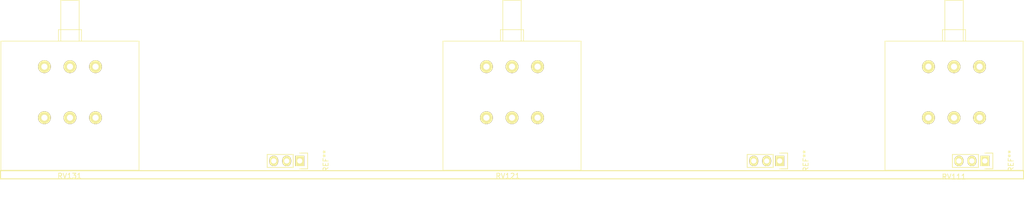
<source format=kicad_pcb>
(kicad_pcb (version 4) (host pcbnew 4.0.7)

  (general
    (links 5)
    (no_connects 5)
    (area 49.817499 78.267499 250.162501 119.914287)
    (thickness 1.6)
    (drawings 4)
    (tracks 3)
    (zones 0)
    (modules 6)
    (nets 14)
  )

  (page A4)
  (title_block
    (title Isolateur)
    (date 2016-04-11)
    (rev Rev-A)
    (company D&D)
  )

  (layers
    (0 F.Cu signal)
    (31 B.Cu signal)
    (32 B.Adhes user)
    (33 F.Adhes user)
    (34 B.Paste user)
    (35 F.Paste user)
    (36 B.SilkS user)
    (37 F.SilkS user)
    (38 B.Mask user)
    (39 F.Mask user)
    (40 Dwgs.User user)
    (41 Cmts.User user)
    (42 Eco1.User user)
    (43 Eco2.User user)
    (44 Edge.Cuts user)
    (45 Margin user)
    (46 B.CrtYd user)
    (47 F.CrtYd user)
    (48 B.Fab user)
    (49 F.Fab user)
  )

  (setup
    (last_trace_width 0.25)
    (trace_clearance 0.2)
    (zone_clearance 0.508)
    (zone_45_only no)
    (trace_min 0.2)
    (segment_width 0.2)
    (edge_width 0.15)
    (via_size 0.6)
    (via_drill 0.4)
    (via_min_size 0.4)
    (via_min_drill 0.3)
    (uvia_size 0.3)
    (uvia_drill 0.1)
    (uvias_allowed no)
    (uvia_min_size 0.2)
    (uvia_min_drill 0.1)
    (pcb_text_width 0.3)
    (pcb_text_size 1.5 1.5)
    (mod_edge_width 0.15)
    (mod_text_size 1 1)
    (mod_text_width 0.15)
    (pad_size 1.524 1.524)
    (pad_drill 0.762)
    (pad_to_mask_clearance 0.2)
    (aux_axis_origin 10.34 9.59)
    (grid_origin 9.83 9.08)
    (visible_elements FFFFFF7F)
    (pcbplotparams
      (layerselection 0x00030_80000001)
      (usegerberextensions false)
      (excludeedgelayer true)
      (linewidth 0.100000)
      (plotframeref false)
      (viasonmask false)
      (mode 1)
      (useauxorigin false)
      (hpglpennumber 1)
      (hpglpenspeed 20)
      (hpglpendiameter 15)
      (hpglpenoverlay 2)
      (psnegative false)
      (psa4output false)
      (plotreference true)
      (plotvalue true)
      (plotinvisibletext false)
      (padsonsilk false)
      (subtractmaskfromsilk false)
      (outputformat 1)
      (mirror false)
      (drillshape 1)
      (scaleselection 1)
      (outputdirectory ""))
  )

  (net 0 "")
  (net 1 GND)
  (net 2 /Right_channel/OUT_LOW)
  (net 3 /Left_channel/OUT_LOW)
  (net 4 "Net-(R111-Pad2)")
  (net 5 "Net-(R112-Pad2)")
  (net 6 "Net-(R121-Pad2)")
  (net 7 "Net-(R122-Pad2)")
  (net 8 "Net-(R131-Pad2)")
  (net 9 "Net-(R132-Pad2)")
  (net 10 /Right_channel/OUT_HIGH)
  (net 11 /Right_channel/OUT_MID)
  (net 12 /Left_channel/OUT_HIGH)
  (net 13 /Left_channel/OUT_MID)

  (net_class Default "Ceci est la Netclass par défaut"
    (clearance 0.2)
    (trace_width 0.25)
    (via_dia 0.6)
    (via_drill 0.4)
    (uvia_dia 0.3)
    (uvia_drill 0.1)
    (add_net /Left_channel/OUT_HIGH)
    (add_net /Left_channel/OUT_LOW)
    (add_net /Left_channel/OUT_MID)
    (add_net /Right_channel/OUT_HIGH)
    (add_net /Right_channel/OUT_LOW)
    (add_net /Right_channel/OUT_MID)
    (add_net "Net-(R111-Pad2)")
    (add_net "Net-(R112-Pad2)")
    (add_net "Net-(R121-Pad2)")
    (add_net "Net-(R122-Pad2)")
    (add_net "Net-(R131-Pad2)")
    (add_net "Net-(R132-Pad2)")
  )

  (net_class Masse ""
    (clearance 0.2)
    (trace_width 0.5)
    (via_dia 0.6)
    (via_drill 0.4)
    (uvia_dia 0.3)
    (uvia_drill 0.1)
    (add_net GND)
  )

  (module Pin_Headers:Pin_Header_Straight_1x03 (layer F.Cu) (tedit 0) (tstamp 576914A2)
    (at 242.43 110 270)
    (descr "Through hole pin header")
    (tags "pin header")
    (fp_text reference REF** (at 0 -5.1 270) (layer F.SilkS)
      (effects (font (size 1 1) (thickness 0.15)))
    )
    (fp_text value Pin_Header_Straight_1x03 (at 0 -3.1 270) (layer F.Fab)
      (effects (font (size 1 1) (thickness 0.15)))
    )
    (fp_line (start -1.75 -1.75) (end -1.75 6.85) (layer F.CrtYd) (width 0.05))
    (fp_line (start 1.75 -1.75) (end 1.75 6.85) (layer F.CrtYd) (width 0.05))
    (fp_line (start -1.75 -1.75) (end 1.75 -1.75) (layer F.CrtYd) (width 0.05))
    (fp_line (start -1.75 6.85) (end 1.75 6.85) (layer F.CrtYd) (width 0.05))
    (fp_line (start -1.27 1.27) (end -1.27 6.35) (layer F.SilkS) (width 0.15))
    (fp_line (start -1.27 6.35) (end 1.27 6.35) (layer F.SilkS) (width 0.15))
    (fp_line (start 1.27 6.35) (end 1.27 1.27) (layer F.SilkS) (width 0.15))
    (fp_line (start 1.55 -1.55) (end 1.55 0) (layer F.SilkS) (width 0.15))
    (fp_line (start 1.27 1.27) (end -1.27 1.27) (layer F.SilkS) (width 0.15))
    (fp_line (start -1.55 0) (end -1.55 -1.55) (layer F.SilkS) (width 0.15))
    (fp_line (start -1.55 -1.55) (end 1.55 -1.55) (layer F.SilkS) (width 0.15))
    (pad 1 thru_hole rect (at 0 0 270) (size 2.032 1.7272) (drill 1.016) (layers *.Cu *.Mask F.SilkS))
    (pad 2 thru_hole oval (at 0 2.54 270) (size 2.032 1.7272) (drill 1.016) (layers *.Cu *.Mask F.SilkS))
    (pad 3 thru_hole oval (at 0 5.08 270) (size 2.032 1.7272) (drill 1.016) (layers *.Cu *.Mask F.SilkS))
    (model Pin_Headers.3dshapes/Pin_Header_Straight_1x03.wrl
      (at (xyz 0 -0.1 0))
      (scale (xyz 1 1 1))
      (rotate (xyz 0 0 90))
    )
  )

  (module Pin_Headers:Pin_Header_Straight_1x03 (layer F.Cu) (tedit 0) (tstamp 5769147B)
    (at 202.32 110 270)
    (descr "Through hole pin header")
    (tags "pin header")
    (fp_text reference REF** (at 0 -5.1 270) (layer F.SilkS)
      (effects (font (size 1 1) (thickness 0.15)))
    )
    (fp_text value Pin_Header_Straight_1x03 (at 0 -3.1 270) (layer F.Fab)
      (effects (font (size 1 1) (thickness 0.15)))
    )
    (fp_line (start -1.75 -1.75) (end -1.75 6.85) (layer F.CrtYd) (width 0.05))
    (fp_line (start 1.75 -1.75) (end 1.75 6.85) (layer F.CrtYd) (width 0.05))
    (fp_line (start -1.75 -1.75) (end 1.75 -1.75) (layer F.CrtYd) (width 0.05))
    (fp_line (start -1.75 6.85) (end 1.75 6.85) (layer F.CrtYd) (width 0.05))
    (fp_line (start -1.27 1.27) (end -1.27 6.35) (layer F.SilkS) (width 0.15))
    (fp_line (start -1.27 6.35) (end 1.27 6.35) (layer F.SilkS) (width 0.15))
    (fp_line (start 1.27 6.35) (end 1.27 1.27) (layer F.SilkS) (width 0.15))
    (fp_line (start 1.55 -1.55) (end 1.55 0) (layer F.SilkS) (width 0.15))
    (fp_line (start 1.27 1.27) (end -1.27 1.27) (layer F.SilkS) (width 0.15))
    (fp_line (start -1.55 0) (end -1.55 -1.55) (layer F.SilkS) (width 0.15))
    (fp_line (start -1.55 -1.55) (end 1.55 -1.55) (layer F.SilkS) (width 0.15))
    (pad 1 thru_hole rect (at 0 0 270) (size 2.032 1.7272) (drill 1.016) (layers *.Cu *.Mask F.SilkS))
    (pad 2 thru_hole oval (at 0 2.54 270) (size 2.032 1.7272) (drill 1.016) (layers *.Cu *.Mask F.SilkS))
    (pad 3 thru_hole oval (at 0 5.08 270) (size 2.032 1.7272) (drill 1.016) (layers *.Cu *.Mask F.SilkS))
    (model Pin_Headers.3dshapes/Pin_Header_Straight_1x03.wrl
      (at (xyz 0 -0.1 0))
      (scale (xyz 1 1 1))
      (rotate (xyz 0 0 90))
    )
  )

  (module Pin_Headers:Pin_Header_Straight_1x03 (layer F.Cu) (tedit 0) (tstamp 576912FD)
    (at 108.49 110 270)
    (descr "Through hole pin header")
    (tags "pin header")
    (fp_text reference REF** (at 0 -5.1 270) (layer F.SilkS)
      (effects (font (size 1 1) (thickness 0.15)))
    )
    (fp_text value Pin_Header_Straight_1x03 (at 0 -3.1 270) (layer F.Fab)
      (effects (font (size 1 1) (thickness 0.15)))
    )
    (fp_line (start -1.75 -1.75) (end -1.75 6.85) (layer F.CrtYd) (width 0.05))
    (fp_line (start 1.75 -1.75) (end 1.75 6.85) (layer F.CrtYd) (width 0.05))
    (fp_line (start -1.75 -1.75) (end 1.75 -1.75) (layer F.CrtYd) (width 0.05))
    (fp_line (start -1.75 6.85) (end 1.75 6.85) (layer F.CrtYd) (width 0.05))
    (fp_line (start -1.27 1.27) (end -1.27 6.35) (layer F.SilkS) (width 0.15))
    (fp_line (start -1.27 6.35) (end 1.27 6.35) (layer F.SilkS) (width 0.15))
    (fp_line (start 1.27 6.35) (end 1.27 1.27) (layer F.SilkS) (width 0.15))
    (fp_line (start 1.55 -1.55) (end 1.55 0) (layer F.SilkS) (width 0.15))
    (fp_line (start 1.27 1.27) (end -1.27 1.27) (layer F.SilkS) (width 0.15))
    (fp_line (start -1.55 0) (end -1.55 -1.55) (layer F.SilkS) (width 0.15))
    (fp_line (start -1.55 -1.55) (end 1.55 -1.55) (layer F.SilkS) (width 0.15))
    (pad 1 thru_hole rect (at 0 0 270) (size 2.032 1.7272) (drill 1.016) (layers *.Cu *.Mask F.SilkS))
    (pad 2 thru_hole oval (at 0 2.54 270) (size 2.032 1.7272) (drill 1.016) (layers *.Cu *.Mask F.SilkS))
    (pad 3 thru_hole oval (at 0 5.08 270) (size 2.032 1.7272) (drill 1.016) (layers *.Cu *.Mask F.SilkS))
    (model Pin_Headers.3dshapes/Pin_Header_Straight_1x03.wrl
      (at (xyz 0 -0.1 0))
      (scale (xyz 1 1 1))
      (rotate (xyz 0 0 90))
    )
  )

  (module Potentiometer_ALPS_RK27112A0A16 (layer F.Cu) (tedit 5706E59C) (tstamp 5706FFA3)
    (at 63.58 101.53 90)
    (path /56D7724C)
    (fp_text reference RV131 (at -11.41 -0.08 180) (layer F.SilkS)
      (effects (font (size 1 1) (thickness 0.15)))
    )
    (fp_text value 100K (at -8.69 -0.04 180) (layer F.Fab)
      (effects (font (size 1 1) (thickness 0.15)))
    )
    (fp_line (start 23 1.8) (end 15 1.8) (layer F.SilkS) (width 0.125))
    (fp_line (start 23 -1.8) (end 23 1.8) (layer F.SilkS) (width 0.125))
    (fp_line (start 15 -1.8) (end 23 -1.8) (layer F.SilkS) (width 0.125))
    (fp_line (start 17.25 -2.25) (end 17.25 2.25) (layer F.SilkS) (width 0.125))
    (fp_line (start 15 -2.25) (end 17.25 -2.25) (layer F.SilkS) (width 0.125))
    (fp_line (start -10.3 -13.5) (end 15 -13.5) (layer F.SilkS) (width 0.125))
    (fp_line (start 15 -13.5) (end 15 13.5) (layer F.SilkS) (width 0.125))
    (fp_line (start -10.3 -13.5) (end -10.3 13.5) (layer F.SilkS) (width 0.125))
    (fp_line (start -10.3 13.5) (end 15 13.5) (layer F.SilkS) (width 0.125))
    (fp_line (start 15 2.25) (end 17.25 2.25) (layer F.SilkS) (width 0.125))
    (pad 4 thru_hole circle (at 0 -5 180) (size 2.5 2.5) (drill 1.2) (layers *.Cu *.Mask F.SilkS)
      (net 3 /Left_channel/OUT_LOW))
    (pad 5 thru_hole circle (at 0 0 180) (size 2.5 2.5) (drill 1.2) (layers *.Cu *.Mask F.SilkS)
      (net 9 "Net-(R132-Pad2)"))
    (pad 6 thru_hole circle (at 0 5 180) (size 2.5 2.5) (drill 1.2) (layers *.Cu *.Mask F.SilkS)
      (net 1 GND))
    (pad 3 thru_hole circle (at 10 5 180) (size 2.5 2.5) (drill 1.2) (layers *.Cu *.Mask F.SilkS)
      (net 1 GND))
    (pad 2 thru_hole circle (at 10 0 180) (size 2.5 2.5) (drill 1.2) (layers *.Cu *.Mask F.SilkS)
      (net 8 "Net-(R131-Pad2)"))
    (pad 1 thru_hole circle (at 10 -5 180) (size 2.5 2.5) (drill 1.2) (layers *.Cu *.Mask F.SilkS)
      (net 2 /Right_channel/OUT_LOW))
    (model "/Library/Application Support/kicad/packages3d/ALPS.3dshapes/RK27112A00AK_color.wrl"
      (at (xyz 0.364173 0 0.433071))
      (scale (xyz 0.393701 0.393701 0.393701))
      (rotate (xyz -90 0 -90))
    )
  )

  (module Potentiometer_ALPS_RK27112A0A16 (layer F.Cu) (tedit 5706E59C) (tstamp 5706FF7B)
    (at 236.4 101.53 90)
    (path /56D7713F)
    (fp_text reference RV111 (at -11.57 -0.02 180) (layer F.SilkS)
      (effects (font (size 1 1) (thickness 0.15)))
    )
    (fp_text value 100K (at -7.93 -0.02 180) (layer F.Fab)
      (effects (font (size 1 1) (thickness 0.15)))
    )
    (fp_line (start 23 1.8) (end 15 1.8) (layer F.SilkS) (width 0.125))
    (fp_line (start 23 -1.8) (end 23 1.8) (layer F.SilkS) (width 0.125))
    (fp_line (start 15 -1.8) (end 23 -1.8) (layer F.SilkS) (width 0.125))
    (fp_line (start 17.25 -2.25) (end 17.25 2.25) (layer F.SilkS) (width 0.125))
    (fp_line (start 15 -2.25) (end 17.25 -2.25) (layer F.SilkS) (width 0.125))
    (fp_line (start -10.3 -13.5) (end 15 -13.5) (layer F.SilkS) (width 0.125))
    (fp_line (start 15 -13.5) (end 15 13.5) (layer F.SilkS) (width 0.125))
    (fp_line (start -10.3 -13.5) (end -10.3 13.5) (layer F.SilkS) (width 0.125))
    (fp_line (start -10.3 13.5) (end 15 13.5) (layer F.SilkS) (width 0.125))
    (fp_line (start 15 2.25) (end 17.25 2.25) (layer F.SilkS) (width 0.125))
    (pad 4 thru_hole circle (at 0 -5 180) (size 2.5 2.5) (drill 1.2) (layers *.Cu *.Mask F.SilkS)
      (net 12 /Left_channel/OUT_HIGH))
    (pad 5 thru_hole circle (at 0 0 180) (size 2.5 2.5) (drill 1.2) (layers *.Cu *.Mask F.SilkS)
      (net 5 "Net-(R112-Pad2)"))
    (pad 6 thru_hole circle (at 0 5 180) (size 2.5 2.5) (drill 1.2) (layers *.Cu *.Mask F.SilkS)
      (net 1 GND))
    (pad 3 thru_hole circle (at 10 5 180) (size 2.5 2.5) (drill 1.2) (layers *.Cu *.Mask F.SilkS)
      (net 1 GND))
    (pad 2 thru_hole circle (at 10 0 180) (size 2.5 2.5) (drill 1.2) (layers *.Cu *.Mask F.SilkS)
      (net 4 "Net-(R111-Pad2)"))
    (pad 1 thru_hole circle (at 10 -5 180) (size 2.5 2.5) (drill 1.2) (layers *.Cu *.Mask F.SilkS)
      (net 10 /Right_channel/OUT_HIGH))
    (model "/Library/Application Support/kicad/packages3d/ALPS.3dshapes/RK27112A00AK_color.wrl"
      (at (xyz 0.364173 0 0.433071))
      (scale (xyz 0.393701 0.393701 0.393701))
      (rotate (xyz -90 0 -90))
    )
  )

  (module Potentiometer_ALPS_RK27112A0A16 (layer F.Cu) (tedit 5706E59C) (tstamp 5706FF8F)
    (at 149.99 101.53 90)
    (path /56D771AD)
    (fp_text reference RV121 (at -11.42 -0.83 180) (layer F.SilkS)
      (effects (font (size 1 1) (thickness 0.15)))
    )
    (fp_text value 100K (at -7.01 0.15 180) (layer F.Fab)
      (effects (font (size 1 1) (thickness 0.15)))
    )
    (fp_line (start 23 1.8) (end 15 1.8) (layer F.SilkS) (width 0.125))
    (fp_line (start 23 -1.8) (end 23 1.8) (layer F.SilkS) (width 0.125))
    (fp_line (start 15 -1.8) (end 23 -1.8) (layer F.SilkS) (width 0.125))
    (fp_line (start 17.25 -2.25) (end 17.25 2.25) (layer F.SilkS) (width 0.125))
    (fp_line (start 15 -2.25) (end 17.25 -2.25) (layer F.SilkS) (width 0.125))
    (fp_line (start -10.3 -13.5) (end 15 -13.5) (layer F.SilkS) (width 0.125))
    (fp_line (start 15 -13.5) (end 15 13.5) (layer F.SilkS) (width 0.125))
    (fp_line (start -10.3 -13.5) (end -10.3 13.5) (layer F.SilkS) (width 0.125))
    (fp_line (start -10.3 13.5) (end 15 13.5) (layer F.SilkS) (width 0.125))
    (fp_line (start 15 2.25) (end 17.25 2.25) (layer F.SilkS) (width 0.125))
    (pad 4 thru_hole circle (at 0 -5 180) (size 2.5 2.5) (drill 1.2) (layers *.Cu *.Mask F.SilkS)
      (net 13 /Left_channel/OUT_MID))
    (pad 5 thru_hole circle (at 0 0 180) (size 2.5 2.5) (drill 1.2) (layers *.Cu *.Mask F.SilkS)
      (net 7 "Net-(R122-Pad2)"))
    (pad 6 thru_hole circle (at 0 5 180) (size 2.5 2.5) (drill 1.2) (layers *.Cu *.Mask F.SilkS)
      (net 1 GND))
    (pad 3 thru_hole circle (at 10 5 180) (size 2.5 2.5) (drill 1.2) (layers *.Cu *.Mask F.SilkS)
      (net 1 GND))
    (pad 2 thru_hole circle (at 10 0 180) (size 2.5 2.5) (drill 1.2) (layers *.Cu *.Mask F.SilkS)
      (net 6 "Net-(R121-Pad2)"))
    (pad 1 thru_hole circle (at 10 -5 180) (size 2.5 2.5) (drill 1.2) (layers *.Cu *.Mask F.SilkS)
      (net 11 /Right_channel/OUT_MID))
    (model "/Library/Application Support/kicad/packages3d/ALPS.3dshapes/RK27112A00AK_color.wrl"
      (at (xyz 0.364173 0 0.433071))
      (scale (xyz 0.393701 0.393701 0.393701))
      (rotate (xyz -90 0 -90))
    )
  )

  (gr_line (start 250 111.91) (end 250 113.51) (layer F.SilkS) (width 0.2))
  (gr_line (start 50 111.91) (end 250 111.91) (layer F.SilkS) (width 0.2))
  (gr_line (start 50 113.51) (end 50 111.91) (layer F.SilkS) (width 0.2))
  (gr_line (start 250 113.51) (end 50 113.51) (layer F.SilkS) (width 0.2))

  (segment (start 103.26 109.85) (end 103.41 110) (width 0.5) (layer F.Cu) (net 0))
  (segment (start 197.24 109.8476) (end 197.24 110) (width 0.5) (layer F.Cu) (net 0))
  (segment (start 242.46 109.97) (end 242.43 110) (width 0.25) (layer B.Cu) (net 0))

)

</source>
